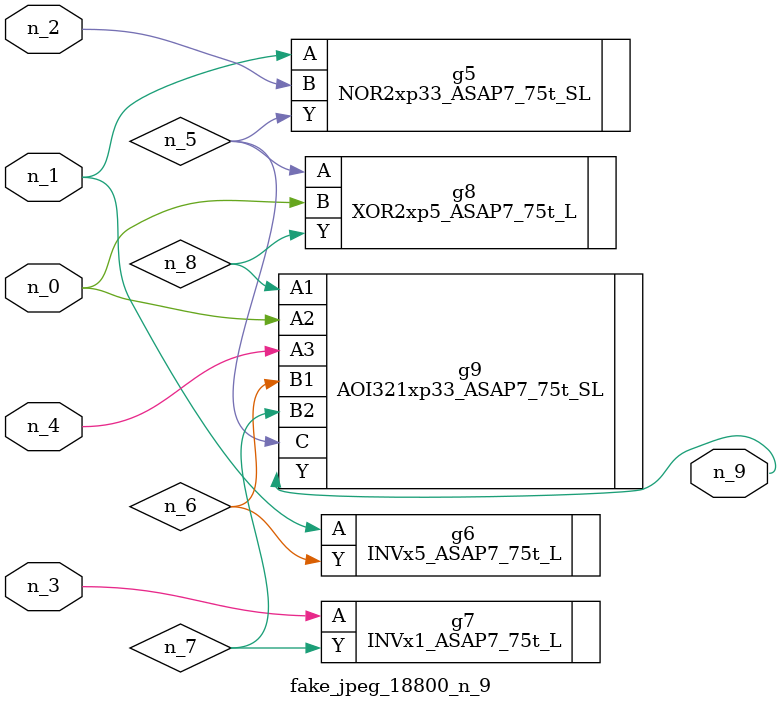
<source format=v>
module fake_jpeg_18800_n_9 (n_3, n_2, n_1, n_0, n_4, n_9);

input n_3;
input n_2;
input n_1;
input n_0;
input n_4;

output n_9;

wire n_8;
wire n_6;
wire n_5;
wire n_7;

NOR2xp33_ASAP7_75t_SL g5 ( 
.A(n_1),
.B(n_2),
.Y(n_5)
);

INVx5_ASAP7_75t_L g6 ( 
.A(n_1),
.Y(n_6)
);

INVx1_ASAP7_75t_L g7 ( 
.A(n_3),
.Y(n_7)
);

XOR2xp5_ASAP7_75t_L g8 ( 
.A(n_5),
.B(n_0),
.Y(n_8)
);

AOI321xp33_ASAP7_75t_SL g9 ( 
.A1(n_8),
.A2(n_0),
.A3(n_4),
.B1(n_6),
.B2(n_7),
.C(n_5),
.Y(n_9)
);


endmodule
</source>
